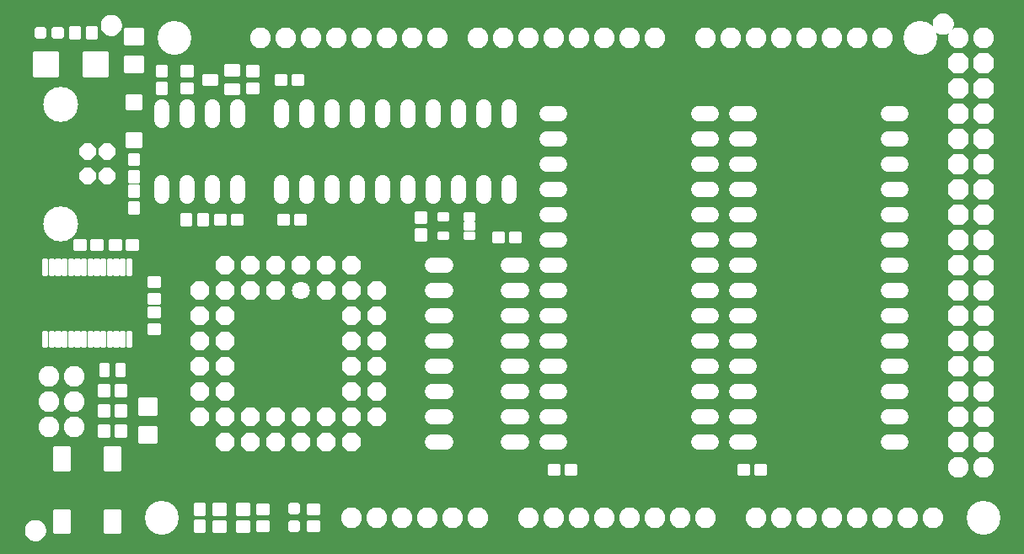
<source format=gbr>
G04 EAGLE Gerber RS-274X export*
G75*
%MOMM*%
%FSLAX34Y34*%
%LPD*%
%INSoldermask Top*%
%IPNEG*%
%AMOC8*
5,1,8,0,0,1.08239X$1,22.5*%
G01*
%ADD10C,1.524000*%
%ADD11C,0.409087*%
%ADD12C,1.803400*%
%ADD13P,1.951982X8X22.500000*%
%ADD14C,2.082800*%
%ADD15C,0.401278*%
%ADD16C,0.414734*%
%ADD17C,0.403991*%
%ADD18C,0.505344*%
%ADD19P,1.798066X8X292.500000*%
%ADD20C,3.519200*%
%ADD21C,0.404144*%
%ADD22C,0.390478*%
%ADD23C,0.400800*%
%ADD24P,2.254402X8X112.500000*%
%ADD25C,3.403200*%
%ADD26C,0.609600*%
%ADD27C,1.219200*%
%ADD28C,0.401938*%


D10*
X882904Y101600D02*
X869696Y101600D01*
X869696Y127000D02*
X882904Y127000D01*
X882904Y152400D02*
X869696Y152400D01*
X869696Y177800D02*
X882904Y177800D01*
X882904Y203200D02*
X869696Y203200D01*
X869696Y228600D02*
X882904Y228600D01*
X882904Y254000D02*
X869696Y254000D01*
X869696Y279400D02*
X882904Y279400D01*
X882904Y304800D02*
X869696Y304800D01*
X869696Y330200D02*
X882904Y330200D01*
X882904Y355600D02*
X869696Y355600D01*
X869696Y381000D02*
X882904Y381000D01*
X882904Y406400D02*
X869696Y406400D01*
X869696Y431800D02*
X882904Y431800D01*
X730504Y431800D02*
X717296Y431800D01*
X717296Y406400D02*
X730504Y406400D01*
X730504Y381000D02*
X717296Y381000D01*
X717296Y355600D02*
X730504Y355600D01*
X730504Y330200D02*
X717296Y330200D01*
X717296Y304800D02*
X730504Y304800D01*
X730504Y279400D02*
X717296Y279400D01*
X717296Y254000D02*
X730504Y254000D01*
X730504Y228600D02*
X717296Y228600D01*
X717296Y203200D02*
X730504Y203200D01*
X730504Y177800D02*
X717296Y177800D01*
X717296Y152400D02*
X730504Y152400D01*
X730504Y127000D02*
X717296Y127000D01*
X717296Y101600D02*
X730504Y101600D01*
X692404Y101600D02*
X679196Y101600D01*
X679196Y127000D02*
X692404Y127000D01*
X692404Y152400D02*
X679196Y152400D01*
X679196Y177800D02*
X692404Y177800D01*
X692404Y203200D02*
X679196Y203200D01*
X679196Y228600D02*
X692404Y228600D01*
X692404Y254000D02*
X679196Y254000D01*
X679196Y279400D02*
X692404Y279400D01*
X692404Y304800D02*
X679196Y304800D01*
X679196Y330200D02*
X692404Y330200D01*
X692404Y355600D02*
X679196Y355600D01*
X679196Y381000D02*
X692404Y381000D01*
X692404Y406400D02*
X679196Y406400D01*
X679196Y431800D02*
X692404Y431800D01*
X540004Y431800D02*
X526796Y431800D01*
X526796Y406400D02*
X540004Y406400D01*
X540004Y381000D02*
X526796Y381000D01*
X526796Y355600D02*
X540004Y355600D01*
X540004Y330200D02*
X526796Y330200D01*
X526796Y304800D02*
X540004Y304800D01*
X540004Y279400D02*
X526796Y279400D01*
X526796Y254000D02*
X540004Y254000D01*
X540004Y228600D02*
X526796Y228600D01*
X526796Y203200D02*
X540004Y203200D01*
X540004Y177800D02*
X526796Y177800D01*
X526796Y152400D02*
X540004Y152400D01*
X540004Y127000D02*
X526796Y127000D01*
X526796Y101600D02*
X540004Y101600D01*
X215900Y425196D02*
X215900Y438404D01*
X190500Y438404D02*
X190500Y425196D01*
X165100Y425196D02*
X165100Y438404D01*
X139700Y438404D02*
X139700Y425196D01*
X139700Y362204D02*
X139700Y348996D01*
X165100Y348996D02*
X165100Y362204D01*
X190500Y362204D02*
X190500Y348996D01*
X215900Y348996D02*
X215900Y362204D01*
X260350Y362204D02*
X260350Y348996D01*
X285750Y348996D02*
X285750Y362204D01*
X412750Y362204D02*
X412750Y348996D01*
X438150Y348996D02*
X438150Y362204D01*
X311150Y362204D02*
X311150Y348996D01*
X336550Y348996D02*
X336550Y362204D01*
X387350Y362204D02*
X387350Y348996D01*
X361950Y348996D02*
X361950Y362204D01*
X463550Y362204D02*
X463550Y348996D01*
X488950Y348996D02*
X488950Y362204D01*
X488950Y425196D02*
X488950Y438404D01*
X463550Y438404D02*
X463550Y425196D01*
X438150Y425196D02*
X438150Y438404D01*
X412750Y438404D02*
X412750Y425196D01*
X387350Y425196D02*
X387350Y438404D01*
X361950Y438404D02*
X361950Y425196D01*
X336550Y425196D02*
X336550Y438404D01*
X311150Y438404D02*
X311150Y425196D01*
X285750Y425196D02*
X285750Y438404D01*
X260350Y438404D02*
X260350Y425196D01*
X412242Y279400D02*
X425450Y279400D01*
X425450Y254000D02*
X412242Y254000D01*
X412242Y127000D02*
X425450Y127000D01*
X425450Y101600D02*
X412242Y101600D01*
X412242Y228600D02*
X425450Y228600D01*
X425450Y203200D02*
X412242Y203200D01*
X412242Y152400D02*
X425450Y152400D01*
X425450Y177800D02*
X412242Y177800D01*
X488442Y101600D02*
X501650Y101600D01*
X501650Y127000D02*
X488442Y127000D01*
X488442Y152400D02*
X501650Y152400D01*
X501650Y177800D02*
X488442Y177800D01*
X488442Y203200D02*
X501650Y203200D01*
X501650Y228600D02*
X488442Y228600D01*
X488442Y254000D02*
X501650Y254000D01*
X501650Y279400D02*
X488442Y279400D01*
D11*
X185191Y329591D02*
X177249Y329591D01*
X185191Y329591D02*
X185191Y320649D01*
X177249Y320649D01*
X177249Y329591D01*
X177249Y324535D02*
X185191Y324535D01*
X185191Y328421D02*
X177249Y328421D01*
X168191Y329591D02*
X160249Y329591D01*
X168191Y329591D02*
X168191Y320649D01*
X160249Y320649D01*
X160249Y329591D01*
X160249Y324535D02*
X168191Y324535D01*
X168191Y328421D02*
X160249Y328421D01*
D12*
X279400Y254000D03*
D13*
X254000Y279400D03*
X254000Y254000D03*
X228600Y279400D03*
X228600Y254000D03*
X203200Y279400D03*
X177800Y254000D03*
X203200Y254000D03*
X177800Y228600D03*
X203200Y228600D03*
X177800Y203200D03*
X203200Y203200D03*
X177800Y177800D03*
X203200Y177800D03*
X177800Y152400D03*
X203200Y152400D03*
X177800Y127000D03*
X203200Y101600D03*
X203200Y127000D03*
X228600Y101600D03*
X228600Y127000D03*
X254000Y101600D03*
X254000Y127000D03*
X279400Y101600D03*
X279400Y127000D03*
X304800Y101600D03*
X304800Y127000D03*
X330200Y101600D03*
X355600Y127000D03*
X330200Y127000D03*
X355600Y152400D03*
X330200Y152400D03*
X355600Y177800D03*
X330200Y177800D03*
X355600Y203200D03*
X330200Y203200D03*
X355600Y228600D03*
X330200Y228600D03*
X355600Y254000D03*
X330200Y279400D03*
X330200Y254000D03*
X304800Y279400D03*
X304800Y254000D03*
X279400Y279400D03*
D14*
X26670Y167640D03*
X52070Y167640D03*
X26670Y142240D03*
X52070Y142240D03*
X26670Y116840D03*
X52070Y116840D03*
D11*
X173829Y38371D02*
X173829Y29429D01*
X173829Y38371D02*
X181771Y38371D01*
X181771Y29429D01*
X173829Y29429D01*
X173829Y33315D02*
X181771Y33315D01*
X181771Y37201D02*
X173829Y37201D01*
X173829Y21371D02*
X173829Y12429D01*
X173829Y21371D02*
X181771Y21371D01*
X181771Y12429D01*
X173829Y12429D01*
X173829Y16315D02*
X181771Y16315D01*
X181771Y20201D02*
X173829Y20201D01*
D15*
X101180Y179000D02*
X95160Y179000D01*
X101180Y179000D02*
X101180Y168980D01*
X95160Y168980D01*
X95160Y179000D01*
X95160Y172792D02*
X101180Y172792D01*
X101180Y176604D02*
X95160Y176604D01*
X85180Y179000D02*
X79160Y179000D01*
X85180Y179000D02*
X85180Y168980D01*
X79160Y168980D01*
X79160Y179000D01*
X79160Y172792D02*
X85180Y172792D01*
X85180Y176604D02*
X79160Y176604D01*
D11*
X77699Y149199D02*
X85641Y149199D01*
X77699Y149199D02*
X77699Y158141D01*
X85641Y158141D01*
X85641Y149199D01*
X85641Y153085D02*
X77699Y153085D01*
X77699Y156971D02*
X85641Y156971D01*
X94699Y149199D02*
X102641Y149199D01*
X94699Y149199D02*
X94699Y158141D01*
X102641Y158141D01*
X102641Y149199D01*
X102641Y153085D02*
X94699Y153085D01*
X94699Y156971D02*
X102641Y156971D01*
D16*
X133673Y116133D02*
X133673Y102247D01*
X117787Y102247D01*
X117787Y116133D01*
X133673Y116133D01*
X133673Y106187D02*
X117787Y106187D01*
X117787Y110127D02*
X133673Y110127D01*
X133673Y114067D02*
X117787Y114067D01*
X133673Y130247D02*
X133673Y144133D01*
X133673Y130247D02*
X117787Y130247D01*
X117787Y144133D01*
X133673Y144133D01*
X133673Y134187D02*
X117787Y134187D01*
X117787Y138127D02*
X133673Y138127D01*
X133673Y142067D02*
X117787Y142067D01*
X119703Y474357D02*
X119703Y488243D01*
X119703Y474357D02*
X103817Y474357D01*
X103817Y488243D01*
X119703Y488243D01*
X119703Y478297D02*
X103817Y478297D01*
X103817Y482237D02*
X119703Y482237D01*
X119703Y486177D02*
X103817Y486177D01*
X119703Y502357D02*
X119703Y516243D01*
X119703Y502357D02*
X103817Y502357D01*
X103817Y516243D01*
X119703Y516243D01*
X119703Y506297D02*
X103817Y506297D01*
X103817Y510237D02*
X119703Y510237D01*
X119703Y514177D02*
X103817Y514177D01*
D11*
X254999Y462119D02*
X263941Y462119D01*
X254999Y462119D02*
X254999Y470061D01*
X263941Y470061D01*
X263941Y462119D01*
X263941Y466005D02*
X254999Y466005D01*
X254999Y469891D02*
X263941Y469891D01*
X271999Y462119D02*
X280941Y462119D01*
X271999Y462119D02*
X271999Y470061D01*
X280941Y470061D01*
X280941Y462119D01*
X280941Y466005D02*
X271999Y466005D01*
X271999Y469891D02*
X280941Y469891D01*
X266481Y321149D02*
X257539Y321149D01*
X257539Y329091D01*
X266481Y329091D01*
X266481Y321149D01*
X266481Y325035D02*
X257539Y325035D01*
X257539Y328921D02*
X266481Y328921D01*
X274539Y321149D02*
X283481Y321149D01*
X274539Y321149D02*
X274539Y329091D01*
X283481Y329091D01*
X283481Y321149D01*
X283481Y325035D02*
X274539Y325035D01*
X274539Y328921D02*
X283481Y328921D01*
X719819Y69689D02*
X728761Y69689D01*
X719819Y69689D02*
X719819Y77631D01*
X728761Y77631D01*
X728761Y69689D01*
X728761Y73575D02*
X719819Y73575D01*
X719819Y77461D02*
X728761Y77461D01*
X736819Y69689D02*
X745761Y69689D01*
X736819Y69689D02*
X736819Y77631D01*
X745761Y77631D01*
X745761Y69689D01*
X745761Y73575D02*
X736819Y73575D01*
X736819Y77461D02*
X745761Y77461D01*
X538261Y69689D02*
X529319Y69689D01*
X529319Y77631D01*
X538261Y77631D01*
X538261Y69689D01*
X538261Y73575D02*
X529319Y73575D01*
X529319Y77461D02*
X538261Y77461D01*
X546319Y69689D02*
X555261Y69689D01*
X546319Y69689D02*
X546319Y77631D01*
X555261Y77631D01*
X555261Y69689D01*
X555261Y73575D02*
X546319Y73575D01*
X546319Y77461D02*
X555261Y77461D01*
X499381Y311311D02*
X490439Y311311D01*
X499381Y311311D02*
X499381Y303369D01*
X490439Y303369D01*
X490439Y311311D01*
X490439Y307255D02*
X499381Y307255D01*
X499381Y311141D02*
X490439Y311141D01*
X482381Y311311D02*
X473439Y311311D01*
X482381Y311311D02*
X482381Y303369D01*
X473439Y303369D01*
X473439Y311311D01*
X473439Y307255D02*
X482381Y307255D01*
X482381Y311141D02*
X473439Y311141D01*
X202981Y321149D02*
X194039Y321149D01*
X194039Y329091D01*
X202981Y329091D01*
X202981Y321149D01*
X202981Y325035D02*
X194039Y325035D01*
X194039Y328921D02*
X202981Y328921D01*
X211039Y321149D02*
X219981Y321149D01*
X211039Y321149D02*
X211039Y329091D01*
X219981Y329091D01*
X219981Y321149D01*
X219981Y325035D02*
X211039Y325035D01*
X211039Y328921D02*
X219981Y328921D01*
X97571Y295749D02*
X88629Y295749D01*
X88629Y303691D01*
X97571Y303691D01*
X97571Y295749D01*
X97571Y299635D02*
X88629Y299635D01*
X88629Y303521D02*
X97571Y303521D01*
X105629Y295749D02*
X114571Y295749D01*
X105629Y295749D02*
X105629Y303691D01*
X114571Y303691D01*
X114571Y295749D01*
X114571Y299635D02*
X105629Y299635D01*
X105629Y303521D02*
X114571Y303521D01*
X85641Y128879D02*
X77699Y128879D01*
X77699Y137821D01*
X85641Y137821D01*
X85641Y128879D01*
X85641Y132765D02*
X77699Y132765D01*
X77699Y136651D02*
X85641Y136651D01*
X94699Y128879D02*
X102641Y128879D01*
X94699Y128879D02*
X94699Y137821D01*
X102641Y137821D01*
X102641Y128879D01*
X102641Y132765D02*
X94699Y132765D01*
X94699Y136651D02*
X102641Y136651D01*
D17*
X216304Y29654D02*
X226296Y29654D01*
X216304Y29654D02*
X216304Y38646D01*
X226296Y38646D01*
X226296Y29654D01*
X226296Y33492D02*
X216304Y33492D01*
X216304Y37330D02*
X226296Y37330D01*
X202796Y38646D02*
X192804Y38646D01*
X202796Y38646D02*
X202796Y29654D01*
X192804Y29654D01*
X192804Y38646D01*
X192804Y33492D02*
X202796Y33492D01*
X202796Y37330D02*
X192804Y37330D01*
X192804Y21146D02*
X202796Y21146D01*
X202796Y12154D01*
X192804Y12154D01*
X192804Y21146D01*
X192804Y15992D02*
X202796Y15992D01*
X202796Y19830D02*
X192804Y19830D01*
X216304Y12154D02*
X226296Y12154D01*
X216304Y12154D02*
X216304Y21146D01*
X226296Y21146D01*
X226296Y12154D01*
X226296Y15992D02*
X216304Y15992D01*
X216304Y19830D02*
X226296Y19830D01*
D11*
X235611Y453619D02*
X235611Y461561D01*
X235611Y453619D02*
X226669Y453619D01*
X226669Y461561D01*
X235611Y461561D01*
X235611Y457505D02*
X226669Y457505D01*
X226669Y461391D02*
X235611Y461391D01*
X235611Y470619D02*
X235611Y478561D01*
X235611Y470619D02*
X226669Y470619D01*
X226669Y478561D01*
X235611Y478561D01*
X235611Y474505D02*
X226669Y474505D01*
X226669Y478391D02*
X235611Y478391D01*
D18*
X21390Y509590D02*
X21390Y516570D01*
X21390Y509590D02*
X14410Y509590D01*
X14410Y516570D01*
X21390Y516570D01*
X21390Y514390D02*
X14410Y514390D01*
X38930Y516570D02*
X38930Y509590D01*
X31950Y509590D01*
X31950Y516570D01*
X38930Y516570D01*
X38930Y514390D02*
X31950Y514390D01*
X269560Y30680D02*
X276540Y30680D01*
X269560Y30680D02*
X269560Y37660D01*
X276540Y37660D01*
X276540Y30680D01*
X276540Y35480D02*
X269560Y35480D01*
X269560Y13140D02*
X276540Y13140D01*
X269560Y13140D02*
X269560Y20120D01*
X276540Y20120D01*
X276540Y13140D01*
X276540Y17940D02*
X269560Y17940D01*
D11*
X56431Y508609D02*
X48489Y508609D01*
X48489Y517551D01*
X56431Y517551D01*
X56431Y508609D01*
X56431Y512495D02*
X48489Y512495D01*
X48489Y516381D02*
X56431Y516381D01*
X65489Y508609D02*
X73431Y508609D01*
X65489Y508609D02*
X65489Y517551D01*
X73431Y517551D01*
X73431Y508609D01*
X73431Y512495D02*
X65489Y512495D01*
X65489Y516381D02*
X73431Y516381D01*
X296571Y20871D02*
X296571Y12929D01*
X287629Y12929D01*
X287629Y20871D01*
X296571Y20871D01*
X296571Y16815D02*
X287629Y16815D01*
X287629Y20701D02*
X296571Y20701D01*
X296571Y29929D02*
X296571Y37871D01*
X296571Y29929D02*
X287629Y29929D01*
X287629Y37871D01*
X296571Y37871D01*
X296571Y33815D02*
X287629Y33815D01*
X287629Y37701D02*
X296571Y37701D01*
X236829Y37871D02*
X236829Y29929D01*
X236829Y37871D02*
X245771Y37871D01*
X245771Y29929D01*
X236829Y29929D01*
X236829Y33815D02*
X245771Y33815D01*
X245771Y37701D02*
X236829Y37701D01*
X236829Y20871D02*
X236829Y12929D01*
X236829Y20871D02*
X245771Y20871D01*
X245771Y12929D01*
X236829Y12929D01*
X236829Y16815D02*
X245771Y16815D01*
X245771Y20701D02*
X236829Y20701D01*
D19*
X85200Y368500D03*
X85200Y393500D03*
X65200Y393500D03*
X65200Y368500D03*
D20*
X38100Y441200D03*
X38100Y320800D03*
D11*
X135729Y470119D02*
X135729Y479061D01*
X143671Y479061D01*
X143671Y470119D01*
X135729Y470119D01*
X135729Y474005D02*
X143671Y474005D01*
X143671Y477891D02*
X135729Y477891D01*
X135729Y462061D02*
X135729Y453119D01*
X135729Y462061D02*
X143671Y462061D01*
X143671Y453119D01*
X135729Y453119D01*
X135729Y457005D02*
X143671Y457005D01*
X143671Y460891D02*
X135729Y460891D01*
X107789Y358411D02*
X107789Y349469D01*
X107789Y358411D02*
X115731Y358411D01*
X115731Y349469D01*
X107789Y349469D01*
X107789Y353355D02*
X115731Y353355D01*
X115731Y357241D02*
X107789Y357241D01*
X107789Y341411D02*
X107789Y332469D01*
X107789Y341411D02*
X115731Y341411D01*
X115731Y332469D01*
X107789Y332469D01*
X107789Y336355D02*
X115731Y336355D01*
X115731Y340241D02*
X107789Y340241D01*
X79011Y303691D02*
X70069Y303691D01*
X79011Y303691D02*
X79011Y295749D01*
X70069Y295749D01*
X70069Y303691D01*
X70069Y299635D02*
X79011Y299635D01*
X79011Y303521D02*
X70069Y303521D01*
X62011Y303691D02*
X53069Y303691D01*
X62011Y303691D02*
X62011Y295749D01*
X53069Y295749D01*
X53069Y303691D01*
X53069Y299635D02*
X62011Y299635D01*
X62011Y303521D02*
X53069Y303521D01*
X115731Y364219D02*
X115731Y373161D01*
X115731Y364219D02*
X107789Y364219D01*
X107789Y373161D01*
X115731Y373161D01*
X115731Y368105D02*
X107789Y368105D01*
X107789Y371991D02*
X115731Y371991D01*
X115731Y381219D02*
X115731Y390161D01*
X115731Y381219D02*
X107789Y381219D01*
X107789Y390161D01*
X115731Y390161D01*
X115731Y385105D02*
X107789Y385105D01*
X107789Y388991D02*
X115731Y388991D01*
D21*
X23516Y198554D02*
X21524Y198554D01*
X21524Y211546D01*
X23516Y211546D01*
X23516Y198554D01*
X23516Y202393D02*
X21524Y202393D01*
X21524Y206232D02*
X23516Y206232D01*
X23516Y210071D02*
X21524Y210071D01*
X28024Y198554D02*
X30016Y198554D01*
X28024Y198554D02*
X28024Y211546D01*
X30016Y211546D01*
X30016Y198554D01*
X30016Y202393D02*
X28024Y202393D01*
X28024Y206232D02*
X30016Y206232D01*
X30016Y210071D02*
X28024Y210071D01*
X34524Y198554D02*
X36516Y198554D01*
X34524Y198554D02*
X34524Y211546D01*
X36516Y211546D01*
X36516Y198554D01*
X36516Y202393D02*
X34524Y202393D01*
X34524Y206232D02*
X36516Y206232D01*
X36516Y210071D02*
X34524Y210071D01*
X41024Y198554D02*
X43016Y198554D01*
X41024Y198554D02*
X41024Y211546D01*
X43016Y211546D01*
X43016Y198554D01*
X43016Y202393D02*
X41024Y202393D01*
X41024Y206232D02*
X43016Y206232D01*
X43016Y210071D02*
X41024Y210071D01*
X47524Y198554D02*
X49516Y198554D01*
X47524Y198554D02*
X47524Y211546D01*
X49516Y211546D01*
X49516Y198554D01*
X49516Y202393D02*
X47524Y202393D01*
X47524Y206232D02*
X49516Y206232D01*
X49516Y210071D02*
X47524Y210071D01*
X54024Y198554D02*
X56016Y198554D01*
X54024Y198554D02*
X54024Y211546D01*
X56016Y211546D01*
X56016Y198554D01*
X56016Y202393D02*
X54024Y202393D01*
X54024Y206232D02*
X56016Y206232D01*
X56016Y210071D02*
X54024Y210071D01*
X60524Y198554D02*
X62516Y198554D01*
X60524Y198554D02*
X60524Y211546D01*
X62516Y211546D01*
X62516Y198554D01*
X62516Y202393D02*
X60524Y202393D01*
X60524Y206232D02*
X62516Y206232D01*
X62516Y210071D02*
X60524Y210071D01*
X67024Y198554D02*
X69016Y198554D01*
X67024Y198554D02*
X67024Y211546D01*
X69016Y211546D01*
X69016Y198554D01*
X69016Y202393D02*
X67024Y202393D01*
X67024Y206232D02*
X69016Y206232D01*
X69016Y210071D02*
X67024Y210071D01*
X73524Y198554D02*
X75516Y198554D01*
X73524Y198554D02*
X73524Y211546D01*
X75516Y211546D01*
X75516Y198554D01*
X75516Y202393D02*
X73524Y202393D01*
X73524Y206232D02*
X75516Y206232D01*
X75516Y210071D02*
X73524Y210071D01*
X80024Y198554D02*
X82016Y198554D01*
X80024Y198554D02*
X80024Y211546D01*
X82016Y211546D01*
X82016Y198554D01*
X82016Y202393D02*
X80024Y202393D01*
X80024Y206232D02*
X82016Y206232D01*
X82016Y210071D02*
X80024Y210071D01*
X86524Y198554D02*
X88516Y198554D01*
X86524Y198554D02*
X86524Y211546D01*
X88516Y211546D01*
X88516Y198554D01*
X88516Y202393D02*
X86524Y202393D01*
X86524Y206232D02*
X88516Y206232D01*
X88516Y210071D02*
X86524Y210071D01*
X93024Y198554D02*
X95016Y198554D01*
X93024Y198554D02*
X93024Y211546D01*
X95016Y211546D01*
X95016Y198554D01*
X95016Y202393D02*
X93024Y202393D01*
X93024Y206232D02*
X95016Y206232D01*
X95016Y210071D02*
X93024Y210071D01*
X99524Y198554D02*
X101516Y198554D01*
X99524Y198554D02*
X99524Y211546D01*
X101516Y211546D01*
X101516Y198554D01*
X101516Y202393D02*
X99524Y202393D01*
X99524Y206232D02*
X101516Y206232D01*
X101516Y210071D02*
X99524Y210071D01*
X106024Y198554D02*
X108016Y198554D01*
X106024Y198554D02*
X106024Y211546D01*
X108016Y211546D01*
X108016Y198554D01*
X108016Y202393D02*
X106024Y202393D01*
X106024Y206232D02*
X108016Y206232D01*
X108016Y210071D02*
X106024Y210071D01*
X106024Y271054D02*
X108016Y271054D01*
X106024Y271054D02*
X106024Y284046D01*
X108016Y284046D01*
X108016Y271054D01*
X108016Y274893D02*
X106024Y274893D01*
X106024Y278732D02*
X108016Y278732D01*
X108016Y282571D02*
X106024Y282571D01*
X101516Y271054D02*
X99524Y271054D01*
X99524Y284046D01*
X101516Y284046D01*
X101516Y271054D01*
X101516Y274893D02*
X99524Y274893D01*
X99524Y278732D02*
X101516Y278732D01*
X101516Y282571D02*
X99524Y282571D01*
X95016Y271054D02*
X93024Y271054D01*
X93024Y284046D01*
X95016Y284046D01*
X95016Y271054D01*
X95016Y274893D02*
X93024Y274893D01*
X93024Y278732D02*
X95016Y278732D01*
X95016Y282571D02*
X93024Y282571D01*
X88516Y271054D02*
X86524Y271054D01*
X86524Y284046D01*
X88516Y284046D01*
X88516Y271054D01*
X88516Y274893D02*
X86524Y274893D01*
X86524Y278732D02*
X88516Y278732D01*
X88516Y282571D02*
X86524Y282571D01*
X82016Y271054D02*
X80024Y271054D01*
X80024Y284046D01*
X82016Y284046D01*
X82016Y271054D01*
X82016Y274893D02*
X80024Y274893D01*
X80024Y278732D02*
X82016Y278732D01*
X82016Y282571D02*
X80024Y282571D01*
X75516Y271054D02*
X73524Y271054D01*
X73524Y284046D01*
X75516Y284046D01*
X75516Y271054D01*
X75516Y274893D02*
X73524Y274893D01*
X73524Y278732D02*
X75516Y278732D01*
X75516Y282571D02*
X73524Y282571D01*
X69016Y271054D02*
X67024Y271054D01*
X67024Y284046D01*
X69016Y284046D01*
X69016Y271054D01*
X69016Y274893D02*
X67024Y274893D01*
X67024Y278732D02*
X69016Y278732D01*
X69016Y282571D02*
X67024Y282571D01*
X62516Y271054D02*
X60524Y271054D01*
X60524Y284046D01*
X62516Y284046D01*
X62516Y271054D01*
X62516Y274893D02*
X60524Y274893D01*
X60524Y278732D02*
X62516Y278732D01*
X62516Y282571D02*
X60524Y282571D01*
X56016Y271054D02*
X54024Y271054D01*
X54024Y284046D01*
X56016Y284046D01*
X56016Y271054D01*
X56016Y274893D02*
X54024Y274893D01*
X54024Y278732D02*
X56016Y278732D01*
X56016Y282571D02*
X54024Y282571D01*
X49516Y271054D02*
X47524Y271054D01*
X47524Y284046D01*
X49516Y284046D01*
X49516Y271054D01*
X49516Y274893D02*
X47524Y274893D01*
X47524Y278732D02*
X49516Y278732D01*
X49516Y282571D02*
X47524Y282571D01*
X43016Y271054D02*
X41024Y271054D01*
X41024Y284046D01*
X43016Y284046D01*
X43016Y271054D01*
X43016Y274893D02*
X41024Y274893D01*
X41024Y278732D02*
X43016Y278732D01*
X43016Y282571D02*
X41024Y282571D01*
X36516Y271054D02*
X34524Y271054D01*
X34524Y284046D01*
X36516Y284046D01*
X36516Y271054D01*
X36516Y274893D02*
X34524Y274893D01*
X34524Y278732D02*
X36516Y278732D01*
X36516Y282571D02*
X34524Y282571D01*
X30016Y271054D02*
X28024Y271054D01*
X28024Y284046D01*
X30016Y284046D01*
X30016Y271054D01*
X30016Y274893D02*
X28024Y274893D01*
X28024Y278732D02*
X30016Y278732D01*
X30016Y282571D02*
X28024Y282571D01*
X23516Y271054D02*
X21524Y271054D01*
X21524Y284046D01*
X23516Y284046D01*
X23516Y271054D01*
X23516Y274893D02*
X21524Y274893D01*
X21524Y278732D02*
X23516Y278732D01*
X23516Y282571D02*
X21524Y282571D01*
D11*
X194361Y462119D02*
X194361Y470061D01*
X194361Y462119D02*
X182419Y462119D01*
X182419Y470061D01*
X194361Y470061D01*
X194361Y466005D02*
X182419Y466005D01*
X182419Y469891D02*
X194361Y469891D01*
X216361Y471619D02*
X216361Y479561D01*
X216361Y471619D02*
X204419Y471619D01*
X204419Y479561D01*
X216361Y479561D01*
X216361Y475505D02*
X204419Y475505D01*
X204419Y479391D02*
X216361Y479391D01*
X216361Y460561D02*
X216361Y452619D01*
X204419Y452619D01*
X204419Y460561D01*
X216361Y460561D01*
X216361Y456505D02*
X204419Y456505D01*
X204419Y460391D02*
X216361Y460391D01*
X160629Y470619D02*
X160629Y478561D01*
X169571Y478561D01*
X169571Y470619D01*
X160629Y470619D01*
X160629Y474505D02*
X169571Y474505D01*
X169571Y478391D02*
X160629Y478391D01*
X160629Y461561D02*
X160629Y453619D01*
X160629Y461561D02*
X169571Y461561D01*
X169571Y453619D01*
X160629Y453619D01*
X160629Y457505D02*
X169571Y457505D01*
X169571Y461391D02*
X160629Y461391D01*
X136551Y249471D02*
X136551Y241529D01*
X127609Y241529D01*
X127609Y249471D01*
X136551Y249471D01*
X136551Y245415D02*
X127609Y245415D01*
X127609Y249301D02*
X136551Y249301D01*
X136551Y258529D02*
X136551Y266471D01*
X136551Y258529D02*
X127609Y258529D01*
X127609Y266471D01*
X136551Y266471D01*
X136551Y262415D02*
X127609Y262415D01*
X127609Y266301D02*
X136551Y266301D01*
X136551Y218991D02*
X136551Y211049D01*
X127609Y211049D01*
X127609Y218991D01*
X136551Y218991D01*
X136551Y214935D02*
X127609Y214935D01*
X127609Y218821D02*
X136551Y218821D01*
X136551Y228049D02*
X136551Y235991D01*
X136551Y228049D02*
X127609Y228049D01*
X127609Y235991D01*
X136551Y235991D01*
X136551Y231935D02*
X127609Y231935D01*
X127609Y235821D02*
X136551Y235821D01*
D22*
X84324Y492394D02*
X62196Y492394D01*
X84324Y492394D02*
X84324Y470266D01*
X62196Y470266D01*
X62196Y492394D01*
X62196Y473976D02*
X84324Y473976D01*
X84324Y477686D02*
X62196Y477686D01*
X62196Y481396D02*
X84324Y481396D01*
X84324Y485106D02*
X62196Y485106D01*
X62196Y488816D02*
X84324Y488816D01*
X34324Y470266D02*
X12196Y470266D01*
X12196Y492394D01*
X34324Y492394D01*
X34324Y470266D01*
X34324Y473976D02*
X12196Y473976D01*
X12196Y477686D02*
X34324Y477686D01*
X34324Y481396D02*
X12196Y481396D01*
X12196Y485106D02*
X34324Y485106D01*
X34324Y488816D02*
X12196Y488816D01*
D23*
X105748Y449192D02*
X105748Y437168D01*
X105748Y449192D02*
X117772Y449192D01*
X117772Y437168D01*
X105748Y437168D01*
X105748Y440976D02*
X117772Y440976D01*
X117772Y444784D02*
X105748Y444784D01*
X105748Y448592D02*
X117772Y448592D01*
X105748Y411192D02*
X105748Y399168D01*
X105748Y411192D02*
X117772Y411192D01*
X117772Y399168D01*
X105748Y399168D01*
X105748Y402976D02*
X117772Y402976D01*
X117772Y406784D02*
X105748Y406784D01*
X105748Y410592D02*
X117772Y410592D01*
D16*
X32427Y32283D02*
X32427Y11397D01*
X32427Y32283D02*
X46313Y32283D01*
X46313Y11397D01*
X32427Y11397D01*
X32427Y15337D02*
X46313Y15337D01*
X46313Y19277D02*
X32427Y19277D01*
X32427Y23217D02*
X46313Y23217D01*
X46313Y27157D02*
X32427Y27157D01*
X32427Y31097D02*
X46313Y31097D01*
X32427Y74397D02*
X32427Y95283D01*
X46313Y95283D01*
X46313Y74397D01*
X32427Y74397D01*
X32427Y78337D02*
X46313Y78337D01*
X46313Y82277D02*
X32427Y82277D01*
X32427Y86217D02*
X46313Y86217D01*
X46313Y90157D02*
X32427Y90157D01*
X32427Y94097D02*
X46313Y94097D01*
X83227Y32283D02*
X83227Y11397D01*
X83227Y32283D02*
X97113Y32283D01*
X97113Y11397D01*
X83227Y11397D01*
X83227Y15337D02*
X97113Y15337D01*
X97113Y19277D02*
X83227Y19277D01*
X83227Y23217D02*
X97113Y23217D01*
X97113Y27157D02*
X83227Y27157D01*
X83227Y31097D02*
X97113Y31097D01*
X83227Y74397D02*
X83227Y95283D01*
X97113Y95283D01*
X97113Y74397D01*
X83227Y74397D01*
X83227Y78337D02*
X97113Y78337D01*
X97113Y82277D02*
X83227Y82277D01*
X83227Y86217D02*
X97113Y86217D01*
X97113Y90157D02*
X83227Y90157D01*
X83227Y94097D02*
X97113Y94097D01*
D11*
X85641Y108559D02*
X77699Y108559D01*
X77699Y117501D01*
X85641Y117501D01*
X85641Y108559D01*
X85641Y112445D02*
X77699Y112445D01*
X77699Y116331D02*
X85641Y116331D01*
X94699Y108559D02*
X102641Y108559D01*
X94699Y108559D02*
X94699Y117501D01*
X102641Y117501D01*
X102641Y108559D01*
X102641Y112445D02*
X94699Y112445D01*
X94699Y116331D02*
X102641Y116331D01*
D14*
X762000Y25400D03*
X787400Y25400D03*
X812800Y25400D03*
X838200Y25400D03*
X863600Y25400D03*
X889000Y25400D03*
X914400Y25400D03*
X736600Y25400D03*
X711200Y508000D03*
X736600Y508000D03*
X762000Y508000D03*
X787400Y508000D03*
X812800Y508000D03*
X838200Y508000D03*
X863600Y508000D03*
X685800Y508000D03*
X533400Y25400D03*
X558800Y25400D03*
X584200Y25400D03*
X609600Y25400D03*
X635000Y25400D03*
X660400Y25400D03*
X685800Y25400D03*
X508000Y25400D03*
X482600Y508000D03*
X508000Y508000D03*
X533400Y508000D03*
X558800Y508000D03*
X584200Y508000D03*
X609600Y508000D03*
X635000Y508000D03*
X457200Y508000D03*
X264160Y508000D03*
X289560Y508000D03*
X314960Y508000D03*
X340360Y508000D03*
X365760Y508000D03*
X391160Y508000D03*
X416560Y508000D03*
X238760Y508000D03*
D24*
X965200Y304800D03*
X939800Y304800D03*
X965200Y330200D03*
X939800Y330200D03*
X965200Y355600D03*
X939800Y355600D03*
X965200Y381000D03*
X939800Y381000D03*
X965200Y406400D03*
X939800Y406400D03*
X965200Y431800D03*
X939800Y431800D03*
X965200Y457200D03*
X939800Y457200D03*
X965200Y482600D03*
X939800Y482600D03*
X965200Y101600D03*
X939800Y101600D03*
X965200Y127000D03*
X939800Y127000D03*
X965200Y152400D03*
X939800Y152400D03*
X965200Y177800D03*
X939800Y177800D03*
X965200Y203200D03*
X939800Y203200D03*
X965200Y228600D03*
X939800Y228600D03*
X965200Y254000D03*
X939800Y254000D03*
X965200Y279400D03*
X939800Y279400D03*
D14*
X939800Y76200D03*
X965200Y76200D03*
X939800Y508000D03*
X965200Y508000D03*
X330200Y25400D03*
X355600Y25400D03*
X381000Y25400D03*
X406400Y25400D03*
X431800Y25400D03*
X457200Y25400D03*
D25*
X152400Y508000D03*
X139700Y25400D03*
X901700Y508000D03*
X965200Y25400D03*
D26*
X81280Y520700D02*
X81282Y520887D01*
X81289Y521074D01*
X81301Y521261D01*
X81317Y521447D01*
X81337Y521633D01*
X81362Y521818D01*
X81392Y522003D01*
X81426Y522187D01*
X81465Y522370D01*
X81508Y522552D01*
X81556Y522732D01*
X81608Y522912D01*
X81665Y523090D01*
X81725Y523267D01*
X81791Y523442D01*
X81860Y523616D01*
X81934Y523788D01*
X82012Y523958D01*
X82094Y524126D01*
X82180Y524292D01*
X82270Y524456D01*
X82364Y524617D01*
X82462Y524777D01*
X82564Y524933D01*
X82670Y525088D01*
X82780Y525239D01*
X82893Y525388D01*
X83010Y525534D01*
X83130Y525677D01*
X83254Y525817D01*
X83381Y525954D01*
X83512Y526088D01*
X83646Y526219D01*
X83783Y526346D01*
X83923Y526470D01*
X84066Y526590D01*
X84212Y526707D01*
X84361Y526820D01*
X84512Y526930D01*
X84667Y527036D01*
X84823Y527138D01*
X84983Y527236D01*
X85144Y527330D01*
X85308Y527420D01*
X85474Y527506D01*
X85642Y527588D01*
X85812Y527666D01*
X85984Y527740D01*
X86158Y527809D01*
X86333Y527875D01*
X86510Y527935D01*
X86688Y527992D01*
X86868Y528044D01*
X87048Y528092D01*
X87230Y528135D01*
X87413Y528174D01*
X87597Y528208D01*
X87782Y528238D01*
X87967Y528263D01*
X88153Y528283D01*
X88339Y528299D01*
X88526Y528311D01*
X88713Y528318D01*
X88900Y528320D01*
X89087Y528318D01*
X89274Y528311D01*
X89461Y528299D01*
X89647Y528283D01*
X89833Y528263D01*
X90018Y528238D01*
X90203Y528208D01*
X90387Y528174D01*
X90570Y528135D01*
X90752Y528092D01*
X90932Y528044D01*
X91112Y527992D01*
X91290Y527935D01*
X91467Y527875D01*
X91642Y527809D01*
X91816Y527740D01*
X91988Y527666D01*
X92158Y527588D01*
X92326Y527506D01*
X92492Y527420D01*
X92656Y527330D01*
X92817Y527236D01*
X92977Y527138D01*
X93133Y527036D01*
X93288Y526930D01*
X93439Y526820D01*
X93588Y526707D01*
X93734Y526590D01*
X93877Y526470D01*
X94017Y526346D01*
X94154Y526219D01*
X94288Y526088D01*
X94419Y525954D01*
X94546Y525817D01*
X94670Y525677D01*
X94790Y525534D01*
X94907Y525388D01*
X95020Y525239D01*
X95130Y525088D01*
X95236Y524933D01*
X95338Y524777D01*
X95436Y524617D01*
X95530Y524456D01*
X95620Y524292D01*
X95706Y524126D01*
X95788Y523958D01*
X95866Y523788D01*
X95940Y523616D01*
X96009Y523442D01*
X96075Y523267D01*
X96135Y523090D01*
X96192Y522912D01*
X96244Y522732D01*
X96292Y522552D01*
X96335Y522370D01*
X96374Y522187D01*
X96408Y522003D01*
X96438Y521818D01*
X96463Y521633D01*
X96483Y521447D01*
X96499Y521261D01*
X96511Y521074D01*
X96518Y520887D01*
X96520Y520700D01*
X96518Y520513D01*
X96511Y520326D01*
X96499Y520139D01*
X96483Y519953D01*
X96463Y519767D01*
X96438Y519582D01*
X96408Y519397D01*
X96374Y519213D01*
X96335Y519030D01*
X96292Y518848D01*
X96244Y518668D01*
X96192Y518488D01*
X96135Y518310D01*
X96075Y518133D01*
X96009Y517958D01*
X95940Y517784D01*
X95866Y517612D01*
X95788Y517442D01*
X95706Y517274D01*
X95620Y517108D01*
X95530Y516944D01*
X95436Y516783D01*
X95338Y516623D01*
X95236Y516467D01*
X95130Y516312D01*
X95020Y516161D01*
X94907Y516012D01*
X94790Y515866D01*
X94670Y515723D01*
X94546Y515583D01*
X94419Y515446D01*
X94288Y515312D01*
X94154Y515181D01*
X94017Y515054D01*
X93877Y514930D01*
X93734Y514810D01*
X93588Y514693D01*
X93439Y514580D01*
X93288Y514470D01*
X93133Y514364D01*
X92977Y514262D01*
X92817Y514164D01*
X92656Y514070D01*
X92492Y513980D01*
X92326Y513894D01*
X92158Y513812D01*
X91988Y513734D01*
X91816Y513660D01*
X91642Y513591D01*
X91467Y513525D01*
X91290Y513465D01*
X91112Y513408D01*
X90932Y513356D01*
X90752Y513308D01*
X90570Y513265D01*
X90387Y513226D01*
X90203Y513192D01*
X90018Y513162D01*
X89833Y513137D01*
X89647Y513117D01*
X89461Y513101D01*
X89274Y513089D01*
X89087Y513082D01*
X88900Y513080D01*
X88713Y513082D01*
X88526Y513089D01*
X88339Y513101D01*
X88153Y513117D01*
X87967Y513137D01*
X87782Y513162D01*
X87597Y513192D01*
X87413Y513226D01*
X87230Y513265D01*
X87048Y513308D01*
X86868Y513356D01*
X86688Y513408D01*
X86510Y513465D01*
X86333Y513525D01*
X86158Y513591D01*
X85984Y513660D01*
X85812Y513734D01*
X85642Y513812D01*
X85474Y513894D01*
X85308Y513980D01*
X85144Y514070D01*
X84983Y514164D01*
X84823Y514262D01*
X84667Y514364D01*
X84512Y514470D01*
X84361Y514580D01*
X84212Y514693D01*
X84066Y514810D01*
X83923Y514930D01*
X83783Y515054D01*
X83646Y515181D01*
X83512Y515312D01*
X83381Y515446D01*
X83254Y515583D01*
X83130Y515723D01*
X83010Y515866D01*
X82893Y516012D01*
X82780Y516161D01*
X82670Y516312D01*
X82564Y516467D01*
X82462Y516623D01*
X82364Y516783D01*
X82270Y516944D01*
X82180Y517108D01*
X82094Y517274D01*
X82012Y517442D01*
X81934Y517612D01*
X81860Y517784D01*
X81791Y517958D01*
X81725Y518133D01*
X81665Y518310D01*
X81608Y518488D01*
X81556Y518668D01*
X81508Y518848D01*
X81465Y519030D01*
X81426Y519213D01*
X81392Y519397D01*
X81362Y519582D01*
X81337Y519767D01*
X81317Y519953D01*
X81301Y520139D01*
X81289Y520326D01*
X81282Y520513D01*
X81280Y520700D01*
D27*
X88900Y520700D03*
D26*
X916940Y521970D02*
X916942Y522157D01*
X916949Y522344D01*
X916961Y522531D01*
X916977Y522717D01*
X916997Y522903D01*
X917022Y523088D01*
X917052Y523273D01*
X917086Y523457D01*
X917125Y523640D01*
X917168Y523822D01*
X917216Y524002D01*
X917268Y524182D01*
X917325Y524360D01*
X917385Y524537D01*
X917451Y524712D01*
X917520Y524886D01*
X917594Y525058D01*
X917672Y525228D01*
X917754Y525396D01*
X917840Y525562D01*
X917930Y525726D01*
X918024Y525887D01*
X918122Y526047D01*
X918224Y526203D01*
X918330Y526358D01*
X918440Y526509D01*
X918553Y526658D01*
X918670Y526804D01*
X918790Y526947D01*
X918914Y527087D01*
X919041Y527224D01*
X919172Y527358D01*
X919306Y527489D01*
X919443Y527616D01*
X919583Y527740D01*
X919726Y527860D01*
X919872Y527977D01*
X920021Y528090D01*
X920172Y528200D01*
X920327Y528306D01*
X920483Y528408D01*
X920643Y528506D01*
X920804Y528600D01*
X920968Y528690D01*
X921134Y528776D01*
X921302Y528858D01*
X921472Y528936D01*
X921644Y529010D01*
X921818Y529079D01*
X921993Y529145D01*
X922170Y529205D01*
X922348Y529262D01*
X922528Y529314D01*
X922708Y529362D01*
X922890Y529405D01*
X923073Y529444D01*
X923257Y529478D01*
X923442Y529508D01*
X923627Y529533D01*
X923813Y529553D01*
X923999Y529569D01*
X924186Y529581D01*
X924373Y529588D01*
X924560Y529590D01*
X924747Y529588D01*
X924934Y529581D01*
X925121Y529569D01*
X925307Y529553D01*
X925493Y529533D01*
X925678Y529508D01*
X925863Y529478D01*
X926047Y529444D01*
X926230Y529405D01*
X926412Y529362D01*
X926592Y529314D01*
X926772Y529262D01*
X926950Y529205D01*
X927127Y529145D01*
X927302Y529079D01*
X927476Y529010D01*
X927648Y528936D01*
X927818Y528858D01*
X927986Y528776D01*
X928152Y528690D01*
X928316Y528600D01*
X928477Y528506D01*
X928637Y528408D01*
X928793Y528306D01*
X928948Y528200D01*
X929099Y528090D01*
X929248Y527977D01*
X929394Y527860D01*
X929537Y527740D01*
X929677Y527616D01*
X929814Y527489D01*
X929948Y527358D01*
X930079Y527224D01*
X930206Y527087D01*
X930330Y526947D01*
X930450Y526804D01*
X930567Y526658D01*
X930680Y526509D01*
X930790Y526358D01*
X930896Y526203D01*
X930998Y526047D01*
X931096Y525887D01*
X931190Y525726D01*
X931280Y525562D01*
X931366Y525396D01*
X931448Y525228D01*
X931526Y525058D01*
X931600Y524886D01*
X931669Y524712D01*
X931735Y524537D01*
X931795Y524360D01*
X931852Y524182D01*
X931904Y524002D01*
X931952Y523822D01*
X931995Y523640D01*
X932034Y523457D01*
X932068Y523273D01*
X932098Y523088D01*
X932123Y522903D01*
X932143Y522717D01*
X932159Y522531D01*
X932171Y522344D01*
X932178Y522157D01*
X932180Y521970D01*
X932178Y521783D01*
X932171Y521596D01*
X932159Y521409D01*
X932143Y521223D01*
X932123Y521037D01*
X932098Y520852D01*
X932068Y520667D01*
X932034Y520483D01*
X931995Y520300D01*
X931952Y520118D01*
X931904Y519938D01*
X931852Y519758D01*
X931795Y519580D01*
X931735Y519403D01*
X931669Y519228D01*
X931600Y519054D01*
X931526Y518882D01*
X931448Y518712D01*
X931366Y518544D01*
X931280Y518378D01*
X931190Y518214D01*
X931096Y518053D01*
X930998Y517893D01*
X930896Y517737D01*
X930790Y517582D01*
X930680Y517431D01*
X930567Y517282D01*
X930450Y517136D01*
X930330Y516993D01*
X930206Y516853D01*
X930079Y516716D01*
X929948Y516582D01*
X929814Y516451D01*
X929677Y516324D01*
X929537Y516200D01*
X929394Y516080D01*
X929248Y515963D01*
X929099Y515850D01*
X928948Y515740D01*
X928793Y515634D01*
X928637Y515532D01*
X928477Y515434D01*
X928316Y515340D01*
X928152Y515250D01*
X927986Y515164D01*
X927818Y515082D01*
X927648Y515004D01*
X927476Y514930D01*
X927302Y514861D01*
X927127Y514795D01*
X926950Y514735D01*
X926772Y514678D01*
X926592Y514626D01*
X926412Y514578D01*
X926230Y514535D01*
X926047Y514496D01*
X925863Y514462D01*
X925678Y514432D01*
X925493Y514407D01*
X925307Y514387D01*
X925121Y514371D01*
X924934Y514359D01*
X924747Y514352D01*
X924560Y514350D01*
X924373Y514352D01*
X924186Y514359D01*
X923999Y514371D01*
X923813Y514387D01*
X923627Y514407D01*
X923442Y514432D01*
X923257Y514462D01*
X923073Y514496D01*
X922890Y514535D01*
X922708Y514578D01*
X922528Y514626D01*
X922348Y514678D01*
X922170Y514735D01*
X921993Y514795D01*
X921818Y514861D01*
X921644Y514930D01*
X921472Y515004D01*
X921302Y515082D01*
X921134Y515164D01*
X920968Y515250D01*
X920804Y515340D01*
X920643Y515434D01*
X920483Y515532D01*
X920327Y515634D01*
X920172Y515740D01*
X920021Y515850D01*
X919872Y515963D01*
X919726Y516080D01*
X919583Y516200D01*
X919443Y516324D01*
X919306Y516451D01*
X919172Y516582D01*
X919041Y516716D01*
X918914Y516853D01*
X918790Y516993D01*
X918670Y517136D01*
X918553Y517282D01*
X918440Y517431D01*
X918330Y517582D01*
X918224Y517737D01*
X918122Y517893D01*
X918024Y518053D01*
X917930Y518214D01*
X917840Y518378D01*
X917754Y518544D01*
X917672Y518712D01*
X917594Y518882D01*
X917520Y519054D01*
X917451Y519228D01*
X917385Y519403D01*
X917325Y519580D01*
X917268Y519758D01*
X917216Y519938D01*
X917168Y520118D01*
X917125Y520300D01*
X917086Y520483D01*
X917052Y520667D01*
X917022Y520852D01*
X916997Y521037D01*
X916977Y521223D01*
X916961Y521409D01*
X916949Y521596D01*
X916942Y521783D01*
X916940Y521970D01*
D27*
X924560Y521970D03*
D26*
X5080Y12700D02*
X5082Y12887D01*
X5089Y13074D01*
X5101Y13261D01*
X5117Y13447D01*
X5137Y13633D01*
X5162Y13818D01*
X5192Y14003D01*
X5226Y14187D01*
X5265Y14370D01*
X5308Y14552D01*
X5356Y14732D01*
X5408Y14912D01*
X5465Y15090D01*
X5525Y15267D01*
X5591Y15442D01*
X5660Y15616D01*
X5734Y15788D01*
X5812Y15958D01*
X5894Y16126D01*
X5980Y16292D01*
X6070Y16456D01*
X6164Y16617D01*
X6262Y16777D01*
X6364Y16933D01*
X6470Y17088D01*
X6580Y17239D01*
X6693Y17388D01*
X6810Y17534D01*
X6930Y17677D01*
X7054Y17817D01*
X7181Y17954D01*
X7312Y18088D01*
X7446Y18219D01*
X7583Y18346D01*
X7723Y18470D01*
X7866Y18590D01*
X8012Y18707D01*
X8161Y18820D01*
X8312Y18930D01*
X8467Y19036D01*
X8623Y19138D01*
X8783Y19236D01*
X8944Y19330D01*
X9108Y19420D01*
X9274Y19506D01*
X9442Y19588D01*
X9612Y19666D01*
X9784Y19740D01*
X9958Y19809D01*
X10133Y19875D01*
X10310Y19935D01*
X10488Y19992D01*
X10668Y20044D01*
X10848Y20092D01*
X11030Y20135D01*
X11213Y20174D01*
X11397Y20208D01*
X11582Y20238D01*
X11767Y20263D01*
X11953Y20283D01*
X12139Y20299D01*
X12326Y20311D01*
X12513Y20318D01*
X12700Y20320D01*
X12887Y20318D01*
X13074Y20311D01*
X13261Y20299D01*
X13447Y20283D01*
X13633Y20263D01*
X13818Y20238D01*
X14003Y20208D01*
X14187Y20174D01*
X14370Y20135D01*
X14552Y20092D01*
X14732Y20044D01*
X14912Y19992D01*
X15090Y19935D01*
X15267Y19875D01*
X15442Y19809D01*
X15616Y19740D01*
X15788Y19666D01*
X15958Y19588D01*
X16126Y19506D01*
X16292Y19420D01*
X16456Y19330D01*
X16617Y19236D01*
X16777Y19138D01*
X16933Y19036D01*
X17088Y18930D01*
X17239Y18820D01*
X17388Y18707D01*
X17534Y18590D01*
X17677Y18470D01*
X17817Y18346D01*
X17954Y18219D01*
X18088Y18088D01*
X18219Y17954D01*
X18346Y17817D01*
X18470Y17677D01*
X18590Y17534D01*
X18707Y17388D01*
X18820Y17239D01*
X18930Y17088D01*
X19036Y16933D01*
X19138Y16777D01*
X19236Y16617D01*
X19330Y16456D01*
X19420Y16292D01*
X19506Y16126D01*
X19588Y15958D01*
X19666Y15788D01*
X19740Y15616D01*
X19809Y15442D01*
X19875Y15267D01*
X19935Y15090D01*
X19992Y14912D01*
X20044Y14732D01*
X20092Y14552D01*
X20135Y14370D01*
X20174Y14187D01*
X20208Y14003D01*
X20238Y13818D01*
X20263Y13633D01*
X20283Y13447D01*
X20299Y13261D01*
X20311Y13074D01*
X20318Y12887D01*
X20320Y12700D01*
X20318Y12513D01*
X20311Y12326D01*
X20299Y12139D01*
X20283Y11953D01*
X20263Y11767D01*
X20238Y11582D01*
X20208Y11397D01*
X20174Y11213D01*
X20135Y11030D01*
X20092Y10848D01*
X20044Y10668D01*
X19992Y10488D01*
X19935Y10310D01*
X19875Y10133D01*
X19809Y9958D01*
X19740Y9784D01*
X19666Y9612D01*
X19588Y9442D01*
X19506Y9274D01*
X19420Y9108D01*
X19330Y8944D01*
X19236Y8783D01*
X19138Y8623D01*
X19036Y8467D01*
X18930Y8312D01*
X18820Y8161D01*
X18707Y8012D01*
X18590Y7866D01*
X18470Y7723D01*
X18346Y7583D01*
X18219Y7446D01*
X18088Y7312D01*
X17954Y7181D01*
X17817Y7054D01*
X17677Y6930D01*
X17534Y6810D01*
X17388Y6693D01*
X17239Y6580D01*
X17088Y6470D01*
X16933Y6364D01*
X16777Y6262D01*
X16617Y6164D01*
X16456Y6070D01*
X16292Y5980D01*
X16126Y5894D01*
X15958Y5812D01*
X15788Y5734D01*
X15616Y5660D01*
X15442Y5591D01*
X15267Y5525D01*
X15090Y5465D01*
X14912Y5408D01*
X14732Y5356D01*
X14552Y5308D01*
X14370Y5265D01*
X14187Y5226D01*
X14003Y5192D01*
X13818Y5162D01*
X13633Y5137D01*
X13447Y5117D01*
X13261Y5101D01*
X13074Y5089D01*
X12887Y5082D01*
X12700Y5080D01*
X12513Y5082D01*
X12326Y5089D01*
X12139Y5101D01*
X11953Y5117D01*
X11767Y5137D01*
X11582Y5162D01*
X11397Y5192D01*
X11213Y5226D01*
X11030Y5265D01*
X10848Y5308D01*
X10668Y5356D01*
X10488Y5408D01*
X10310Y5465D01*
X10133Y5525D01*
X9958Y5591D01*
X9784Y5660D01*
X9612Y5734D01*
X9442Y5812D01*
X9274Y5894D01*
X9108Y5980D01*
X8944Y6070D01*
X8783Y6164D01*
X8623Y6262D01*
X8467Y6364D01*
X8312Y6470D01*
X8161Y6580D01*
X8012Y6693D01*
X7866Y6810D01*
X7723Y6930D01*
X7583Y7054D01*
X7446Y7181D01*
X7312Y7312D01*
X7181Y7446D01*
X7054Y7583D01*
X6930Y7723D01*
X6810Y7866D01*
X6693Y8012D01*
X6580Y8161D01*
X6470Y8312D01*
X6364Y8467D01*
X6262Y8623D01*
X6164Y8783D01*
X6070Y8944D01*
X5980Y9108D01*
X5894Y9274D01*
X5812Y9442D01*
X5734Y9612D01*
X5660Y9784D01*
X5591Y9958D01*
X5525Y10133D01*
X5465Y10310D01*
X5408Y10488D01*
X5356Y10668D01*
X5308Y10848D01*
X5265Y11030D01*
X5226Y11213D01*
X5192Y11397D01*
X5162Y11582D01*
X5137Y11767D01*
X5117Y11953D01*
X5101Y12139D01*
X5089Y12326D01*
X5082Y12513D01*
X5080Y12700D01*
D27*
X12700Y12700D03*
D28*
X452467Y306813D02*
X452467Y311727D01*
X452467Y306813D02*
X444553Y306813D01*
X444553Y311727D01*
X452467Y311727D01*
X452467Y310631D02*
X444553Y310631D01*
X452467Y316313D02*
X452467Y321227D01*
X452467Y316313D02*
X444553Y316313D01*
X444553Y321227D01*
X452467Y321227D01*
X452467Y320131D02*
X444553Y320131D01*
X452467Y325813D02*
X452467Y330727D01*
X452467Y325813D02*
X444553Y325813D01*
X444553Y330727D01*
X452467Y330727D01*
X452467Y329631D02*
X444553Y329631D01*
X426567Y330727D02*
X426567Y325813D01*
X418653Y325813D01*
X418653Y330727D01*
X426567Y330727D01*
X426567Y329631D02*
X418653Y329631D01*
X426567Y311727D02*
X426567Y306813D01*
X418653Y306813D01*
X418653Y311727D01*
X426567Y311727D01*
X426567Y310631D02*
X418653Y310631D01*
D11*
X404021Y314741D02*
X404021Y305799D01*
X396079Y305799D01*
X396079Y314741D01*
X404021Y314741D01*
X404021Y309685D02*
X396079Y309685D01*
X396079Y313571D02*
X404021Y313571D01*
X404021Y322799D02*
X404021Y331741D01*
X404021Y322799D02*
X396079Y322799D01*
X396079Y331741D01*
X404021Y331741D01*
X404021Y326685D02*
X396079Y326685D01*
X396079Y330571D02*
X404021Y330571D01*
M02*

</source>
